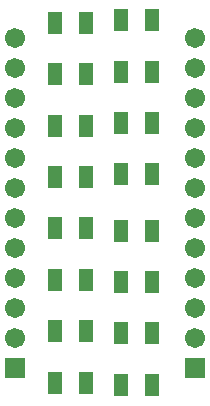
<source format=gts>
%FSLAX23Y23*%
%MOIN*%
G70*
G01*
G75*
G04 Layer_Color=8388736*
%ADD10R,0.037X0.067*%
%ADD11C,0.010*%
%ADD12C,0.020*%
%ADD13C,0.059*%
%ADD14R,0.059X0.059*%
%ADD15C,0.008*%
%ADD16C,0.006*%
%ADD17R,0.045X0.075*%
%ADD18C,0.067*%
%ADD19R,0.067X0.067*%
D17*
X1832Y2768D02*
D03*
X1938D02*
D03*
X1718Y1560D02*
D03*
X1612D02*
D03*
X1718Y1731D02*
D03*
X1612D02*
D03*
X1718Y1903D02*
D03*
X1612D02*
D03*
X1718Y2074D02*
D03*
X1612D02*
D03*
X1718Y2246D02*
D03*
X1612D02*
D03*
X1718Y2417D02*
D03*
X1612D02*
D03*
X1718Y2589D02*
D03*
X1612D02*
D03*
X1718Y2760D02*
D03*
X1612D02*
D03*
X1832Y1552D02*
D03*
X1938D02*
D03*
X1832Y1724D02*
D03*
X1938D02*
D03*
X1832Y1895D02*
D03*
X1938D02*
D03*
X1832Y2066D02*
D03*
X1938D02*
D03*
X1832Y2254D02*
D03*
X1938D02*
D03*
X1832Y2425D02*
D03*
X1938D02*
D03*
X1832Y2596D02*
D03*
X1938D02*
D03*
D18*
X2080Y2710D02*
D03*
Y2610D02*
D03*
Y2510D02*
D03*
Y2410D02*
D03*
Y2310D02*
D03*
Y2210D02*
D03*
Y2110D02*
D03*
Y2010D02*
D03*
Y1910D02*
D03*
Y1810D02*
D03*
Y1710D02*
D03*
X1480Y2710D02*
D03*
Y2610D02*
D03*
Y2510D02*
D03*
Y2410D02*
D03*
Y2310D02*
D03*
Y2210D02*
D03*
Y2110D02*
D03*
Y2010D02*
D03*
Y1910D02*
D03*
Y1810D02*
D03*
Y1710D02*
D03*
D19*
X2080Y1610D02*
D03*
X1480D02*
D03*
M02*

</source>
